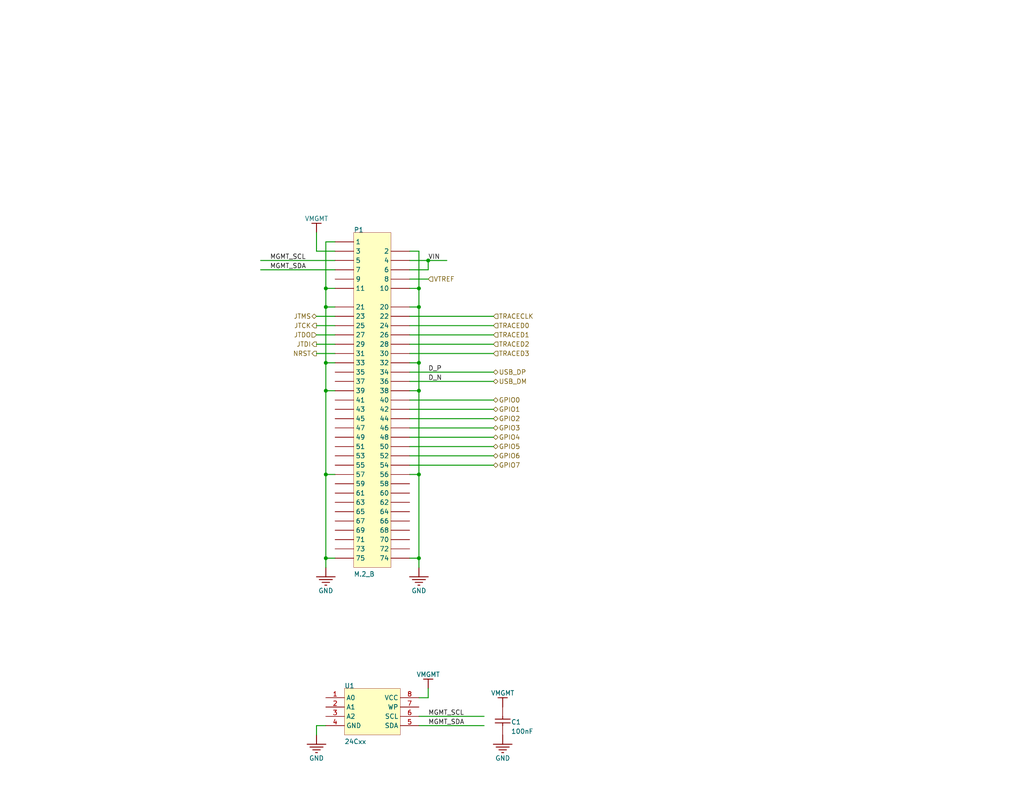
<source format=kicad_sch>
(kicad_sch (version 20231120) (generator "eeschema") (generator_version "8.0")
  (paper "A")
  (lib_symbols
    (symbol "edge-altium-import:GND_POWER_GROUND" (power)
      (property "Reference" "#PWR" (at 0 0 0))
      (property "Value" "GND" (at 0 6.35 0))
      (symbol "GND_POWER_GROUND_0_0"
        (polyline (pts (xy -2.54 -2.54) (xy 2.54 -2.54)) (stroke (width 0.254)))
        (polyline (pts (xy -1.778 -3.302) (xy 1.778 -3.302)) (stroke (width 0.254)))
        (polyline (pts (xy -1.016 -4.064) (xy 1.016 -4.064)) (stroke (width 0.254)))
        (polyline (pts (xy -0.254 -4.826) (xy 0.254 -4.826)) (stroke (width 0.254)))
        (polyline (pts (xy 0 0) (xy 0 -2.54)) (stroke (width 0.254)))
        (pin power_in line (at 0 0 0) (length 0) hide (name "GND") (number ""))
      )
    )
    (symbol "edge-altium-import:VMGMT_BAR" (power)
      (property "Reference" "#PWR" (at 0 0 0))
      (property "Value" "VMGMT" (at 0 3.81 0))
      (symbol "VMGMT_BAR_0_0"
        (polyline (pts (xy -1.27 -2.54) (xy 1.27 -2.54)) (stroke (width 0.254)))
        (polyline (pts (xy 0 0) (xy 0 -2.54)) (stroke (width 0.254)))
        (pin power_in line (at 0 0 0) (length 0) hide (name "VMGMT") (number ""))
      )
    )
    (symbol "edge-altium-import:root_0_24Cxx"
      (symbol "root_0_24Cxx_1_0"
        (rectangle (start 7.62 5.08) (end -7.62 -7.62) (stroke (width 0.0254) (color 128 0 0 1)) (fill (type background)))
        (pin passive line (at -12.7 2.54 0) (length 5.08) (name "A0") (number "1"))
        (pin passive line (at -12.7 0 0) (length 5.08) (name "A1") (number "2"))
        (pin passive line (at -12.7 -2.54 0) (length 5.08) (name "A2") (number "3"))
        (pin passive line (at -12.7 -5.08 0) (length 5.08) (name "GND") (number "4"))
        (pin passive line (at 12.7 -5.08 180) (length 5.08) (name "SDA") (number "5"))
        (pin passive line (at 12.7 -2.54 180) (length 5.08) (name "SCL") (number "6"))
        (pin passive line (at 12.7 0 180) (length 5.08) (name "WP") (number "7"))
        (pin passive line (at 12.7 2.54 180) (length 5.08) (name "VCC") (number "8"))
      )
    )
    (symbol "edge-altium-import:root_0_M.2_B"
      (symbol "root_0_M.2_B_1_0"
        (rectangle (start 5.08 43.18) (end -5.08 -48.26) (stroke (width 0.0254) (color 128 0 0 1)) (fill (type background)))
        (pin passive line (at -10.16 40.64 0) (length 5.08) (name "1") (number "1"))
        (pin passive line (at 10.16 27.94 180) (length 5.08) (name "10") (number "10"))
        (pin passive line (at -10.16 27.94 0) (length 5.08) (name "11") (number "11"))
        (pin passive line (at 10.16 38.1 180) (length 5.08) (name "2") (number "2"))
        (pin passive line (at 10.16 22.86 180) (length 5.08) (name "20") (number "20"))
        (pin passive line (at -10.16 22.86 0) (length 5.08) (name "21") (number "21"))
        (pin passive line (at 10.16 20.32 180) (length 5.08) (name "22") (number "22"))
        (pin passive line (at -10.16 20.32 0) (length 5.08) (name "23") (number "23"))
        (pin passive line (at 10.16 17.78 180) (length 5.08) (name "24") (number "24"))
        (pin passive line (at -10.16 17.78 0) (length 5.08) (name "25") (number "25"))
        (pin passive line (at 10.16 15.24 180) (length 5.08) (name "26") (number "26"))
        (pin passive line (at -10.16 15.24 0) (length 5.08) (name "27") (number "27"))
        (pin passive line (at 10.16 12.7 180) (length 5.08) (name "28") (number "28"))
        (pin passive line (at -10.16 12.7 0) (length 5.08) (name "29") (number "29"))
        (pin passive line (at -10.16 38.1 0) (length 5.08) (name "3") (number "3"))
        (pin passive line (at 10.16 10.16 180) (length 5.08) (name "30") (number "30"))
        (pin passive line (at -10.16 10.16 0) (length 5.08) (name "31") (number "31"))
        (pin passive line (at 10.16 7.62 180) (length 5.08) (name "32") (number "32"))
        (pin passive line (at -10.16 7.62 0) (length 5.08) (name "33") (number "33"))
        (pin passive line (at 10.16 5.08 180) (length 5.08) (name "34") (number "34"))
        (pin passive line (at -10.16 5.08 0) (length 5.08) (name "35") (number "35"))
        (pin passive line (at 10.16 2.54 180) (length 5.08) (name "36") (number "36"))
        (pin passive line (at -10.16 2.54 0) (length 5.08) (name "37") (number "37"))
        (pin passive line (at 10.16 0 180) (length 5.08) (name "38") (number "38"))
        (pin passive line (at -10.16 0 0) (length 5.08) (name "39") (number "39"))
        (pin passive line (at 10.16 35.56 180) (length 5.08) (name "4") (number "4"))
        (pin passive line (at 10.16 -2.54 180) (length 5.08) (name "40") (number "40"))
        (pin passive line (at -10.16 -2.54 0) (length 5.08) (name "41") (number "41"))
        (pin passive line (at 10.16 -5.08 180) (length 5.08) (name "42") (number "42"))
        (pin passive line (at -10.16 -5.08 0) (length 5.08) (name "43") (number "43"))
        (pin passive line (at 10.16 -7.62 180) (length 5.08) (name "44") (number "44"))
        (pin passive line (at -10.16 -7.62 0) (length 5.08) (name "45") (number "45"))
        (pin passive line (at 10.16 -10.16 180) (length 5.08) (name "46") (number "46"))
        (pin passive line (at -10.16 -10.16 0) (length 5.08) (name "47") (number "47"))
        (pin passive line (at 10.16 -12.7 180) (length 5.08) (name "48") (number "48"))
        (pin passive line (at -10.16 -12.7 0) (length 5.08) (name "49") (number "49"))
        (pin passive line (at -10.16 35.56 0) (length 5.08) (name "5") (number "5"))
        (pin passive line (at 10.16 -15.24 180) (length 5.08) (name "50") (number "50"))
        (pin passive line (at -10.16 -15.24 0) (length 5.08) (name "51") (number "51"))
        (pin passive line (at 10.16 -17.78 180) (length 5.08) (name "52") (number "52"))
        (pin passive line (at -10.16 -17.78 0) (length 5.08) (name "53") (number "53"))
        (pin passive line (at 10.16 -20.32 180) (length 5.08) (name "54") (number "54"))
        (pin passive line (at -10.16 -20.32 0) (length 5.08) (name "55") (number "55"))
        (pin passive line (at 10.16 -22.86 180) (length 5.08) (name "56") (number "56"))
        (pin passive line (at -10.16 -22.86 0) (length 5.08) (name "57") (number "57"))
        (pin passive line (at 10.16 -25.4 180) (length 5.08) (name "58") (number "58"))
        (pin passive line (at -10.16 -25.4 0) (length 5.08) (name "59") (number "59"))
        (pin passive line (at 10.16 33.02 180) (length 5.08) (name "6") (number "6"))
        (pin passive line (at 10.16 -27.94 180) (length 5.08) (name "60") (number "60"))
        (pin passive line (at -10.16 -27.94 0) (length 5.08) (name "61") (number "61"))
        (pin passive line (at 10.16 -30.48 180) (length 5.08) (name "62") (number "62"))
        (pin passive line (at -10.16 -30.48 0) (length 5.08) (name "63") (number "63"))
        (pin passive line (at 10.16 -33.02 180) (length 5.08) (name "64") (number "64"))
        (pin passive line (at -10.16 -33.02 0) (length 5.08) (name "65") (number "65"))
        (pin passive line (at 10.16 -35.56 180) (length 5.08) (name "66") (number "66"))
        (pin passive line (at -10.16 -35.56 0) (length 5.08) (name "67") (number "67"))
        (pin passive line (at 10.16 -38.1 180) (length 5.08) (name "68") (number "68"))
        (pin passive line (at -10.16 -38.1 0) (length 5.08) (name "69") (number "69"))
        (pin passive line (at -10.16 33.02 0) (length 5.08) (name "7") (number "7"))
        (pin passive line (at 10.16 -40.64 180) (length 5.08) (name "70") (number "70"))
        (pin passive line (at -10.16 -40.64 0) (length 5.08) (name "71") (number "71"))
        (pin passive line (at 10.16 -43.18 180) (length 5.08) (name "72") (number "72"))
        (pin passive line (at -10.16 -43.18 0) (length 5.08) (name "73") (number "73"))
        (pin passive line (at 10.16 -45.72 180) (length 5.08) (name "74") (number "74"))
        (pin passive line (at -10.16 -45.72 0) (length 5.08) (name "75") (number "75"))
        (pin passive line (at 10.16 30.48 180) (length 5.08) (name "8") (number "8"))
        (pin passive line (at -10.16 30.48 0) (length 5.08) (name "9") (number "9"))
      )
    )
    (symbol "edge-altium-import:root_1_Capacitor"
      (symbol "root_1_Capacitor_1_0"
        (polyline (pts (xy -2.032 0.762) (xy 2.032 0.762)) (stroke (width 0.254)))
        (polyline (pts (xy 0 0) (xy 0 0.762)) (stroke (width 0.254)))
        (polyline (pts (xy 0 1.778) (xy 0 2.54)) (stroke (width 0.254)))
        (polyline (pts (xy 2.032 1.778) (xy -2.032 1.778)) (stroke (width 0.254)))
        (pin passive line (at 0 -2.54 90) (length 2.54) (name "1") (number "1"))
        (pin passive line (at 0 5.08 270) (length 2.54) (name "2") (number "2"))
      )
    )
  )
  (junction (at 116.84 71.12))
  (junction (at 114.3 106.68))
  (junction (at 88.9 129.54))
  (junction (at 88.9 78.74))
  (junction (at 88.9 99.06))
  (junction (at 114.3 78.74))
  (junction (at 88.9 83.82))
  (junction (at 88.9 106.68))
  (junction (at 114.3 152.4))
  (junction (at 114.3 129.54))
  (junction (at 114.3 99.06))
  (junction (at 88.9 152.4))
  (junction (at 114.3 83.82))
  (wire (pts (xy 114.3 78.74) (xy 114.3 68.58)) (stroke (width 0.254)))
  (wire (pts (xy 88.9 78.74) (xy 91.44 78.74)) (stroke (width 0.254)))
  (wire (pts (xy 111.76 106.68) (xy 114.3 106.68)) (stroke (width 0.254)))
  (wire (pts (xy 116.84 187.96) (xy 116.84 190.5)) (stroke (width 0.254)))
  (wire (pts (xy 86.36 198.12) (xy 86.36 200.66)) (stroke (width 0.254)))
  (wire (pts (xy 111.76 76.2) (xy 116.84 76.2)) (stroke (width 0.254)))
  (wire (pts (xy 86.36 91.44) (xy 91.44 91.44)) (stroke (width 0.254)))
  (wire (pts (xy 88.9 152.4) (xy 88.9 129.54)) (stroke (width 0.254)))
  (wire (pts (xy 116.84 71.12) (xy 121.92 71.12)) (stroke (width 0.254)))
  (wire (pts (xy 86.36 63.5) (xy 86.36 68.58)) (stroke (width 0.254)))
  (wire (pts (xy 116.84 190.5) (xy 114.3 190.5)) (stroke (width 0.254)))
  (wire (pts (xy 114.3 129.54) (xy 114.3 106.68)) (stroke (width 0.254)))
  (wire (pts (xy 91.44 152.4) (xy 88.9 152.4)) (stroke (width 0.254)))
  (wire (pts (xy 134.62 116.84) (xy 111.76 116.84)) (stroke (width 0.254)))
  (wire (pts (xy 111.76 129.54) (xy 114.3 129.54)) (stroke (width 0.254)))
  (wire (pts (xy 114.3 99.06) (xy 114.3 83.82)) (stroke (width 0.254)))
  (wire (pts (xy 111.76 78.74) (xy 114.3 78.74)) (stroke (width 0.254)))
  (wire (pts (xy 116.84 73.66) (xy 116.84 71.12)) (stroke (width 0.254)))
  (wire (pts (xy 134.62 93.98) (xy 111.76 93.98)) (stroke (width 0.254)))
  (wire (pts (xy 134.62 104.14) (xy 111.76 104.14)) (stroke (width 0.254)))
  (wire (pts (xy 88.9 129.54) (xy 88.9 106.68)) (stroke (width 0.254)))
  (wire (pts (xy 88.9 78.74) (xy 88.9 66.04)) (stroke (width 0.254)))
  (wire (pts (xy 86.36 86.36) (xy 91.44 86.36)) (stroke (width 0.254)))
  (wire (pts (xy 111.76 99.06) (xy 114.3 99.06)) (stroke (width 0.254)))
  (wire (pts (xy 88.9 83.82) (xy 91.44 83.82)) (stroke (width 0.254)))
  (wire (pts (xy 86.36 93.98) (xy 91.44 93.98)) (stroke (width 0.254)))
  (wire (pts (xy 134.62 127) (xy 111.76 127)) (stroke (width 0.254)))
  (wire (pts (xy 114.3 68.58) (xy 111.76 68.58)) (stroke (width 0.254)))
  (wire (pts (xy 88.9 154.94) (xy 88.9 152.4)) (stroke (width 0.254)))
  (wire (pts (xy 134.62 96.52) (xy 111.76 96.52)) (stroke (width 0.254)))
  (wire (pts (xy 88.9 198.12) (xy 86.36 198.12)) (stroke (width 0.254)))
  (wire (pts (xy 111.76 152.4) (xy 114.3 152.4)) (stroke (width 0.254)))
  (wire (pts (xy 71.12 73.66) (xy 91.44 73.66)) (stroke (width 0.254)))
  (wire (pts (xy 114.3 195.58) (xy 132.08 195.58)) (stroke (width 0.254)))
  (wire (pts (xy 88.9 99.06) (xy 88.9 83.82)) (stroke (width 0.254)))
  (wire (pts (xy 88.9 99.06) (xy 91.44 99.06)) (stroke (width 0.254)))
  (wire (pts (xy 114.3 106.68) (xy 114.3 99.06)) (stroke (width 0.254)))
  (wire (pts (xy 134.62 88.9) (xy 111.76 88.9)) (stroke (width 0.254)))
  (wire (pts (xy 91.44 129.54) (xy 88.9 129.54)) (stroke (width 0.254)))
  (wire (pts (xy 134.62 109.22) (xy 111.76 109.22)) (stroke (width 0.254)))
  (wire (pts (xy 86.36 68.58) (xy 91.44 68.58)) (stroke (width 0.254)))
  (wire (pts (xy 91.44 71.12) (xy 71.12 71.12)) (stroke (width 0.254)))
  (wire (pts (xy 134.62 86.36) (xy 111.76 86.36)) (stroke (width 0.254)))
  (wire (pts (xy 114.3 154.94) (xy 114.3 152.4)) (stroke (width 0.254)))
  (wire (pts (xy 134.62 121.92) (xy 111.76 121.92)) (stroke (width 0.254)))
  (wire (pts (xy 111.76 83.82) (xy 114.3 83.82)) (stroke (width 0.254)))
  (wire (pts (xy 91.44 106.68) (xy 88.9 106.68)) (stroke (width 0.254)))
  (wire (pts (xy 88.9 106.68) (xy 88.9 99.06)) (stroke (width 0.254)))
  (wire (pts (xy 88.9 66.04) (xy 91.44 66.04)) (stroke (width 0.254)))
  (wire (pts (xy 134.62 91.44) (xy 111.76 91.44)) (stroke (width 0.254)))
  (wire (pts (xy 134.62 119.38) (xy 111.76 119.38)) (stroke (width 0.254)))
  (wire (pts (xy 111.76 71.12) (xy 116.84 71.12)) (stroke (width 0.254)))
  (wire (pts (xy 86.36 88.9) (xy 91.44 88.9)) (stroke (width 0.254)))
  (wire (pts (xy 134.62 124.46) (xy 111.76 124.46)) (stroke (width 0.254)))
  (wire (pts (xy 134.62 114.3) (xy 111.76 114.3)) (stroke (width 0.254)))
  (wire (pts (xy 134.62 111.76) (xy 111.76 111.76)) (stroke (width 0.254)))
  (wire (pts (xy 114.3 152.4) (xy 114.3 129.54)) (stroke (width 0.254)))
  (wire (pts (xy 114.3 198.12) (xy 132.08 198.12)) (stroke (width 0.254)))
  (wire (pts (xy 114.3 83.82) (xy 114.3 78.74)) (stroke (width 0.254)))
  (wire (pts (xy 111.76 73.66) (xy 116.84 73.66)) (stroke (width 0.254)))
  (wire (pts (xy 86.36 96.52) (xy 91.44 96.52)) (stroke (width 0.254)))
  (wire (pts (xy 88.9 83.82) (xy 88.9 78.74)) (stroke (width 0.254)))
  (wire (pts (xy 134.62 101.6) (xy 111.76 101.6)) (stroke (width 0.254)))
  (label "MGMT_SDA" (at 116.84 198.12 0))
  (label "D_N" (at 116.84 104.14 0))
  (label "MGMT_SDA" (at 73.66 73.66 0))
  (label "D_P" (at 116.84 101.6 0))
  (label "MGMT_SCL" (at 73.66 71.12 0))
  (label "MGMT_SCL" (at 116.84 195.58 0))
  (label "VIN" (at 116.84 71.12 0))
  (hierarchical_label "USB_DM" (shape bidirectional) (at 134.62 104.14 0))
  (hierarchical_label "GPIO3" (shape bidirectional) (at 134.62 116.84 0))
  (hierarchical_label "TRACED3" (shape input) (at 134.62 96.52 0))
  (hierarchical_label "GPIO0" (shape bidirectional) (at 134.62 109.22 0))
  (hierarchical_label "JTMS" (shape bidirectional) (at 86.36 86.36 180))
  (hierarchical_label "TRACED0" (shape input) (at 134.62 88.9 0))
  (hierarchical_label "GPIO7" (shape bidirectional) (at 134.62 127 0))
  (hierarchical_label "NRST" (shape output) (at 86.36 96.52 180))
  (hierarchical_label "VTREF" (shape input) (at 116.84 76.2 0))
  (hierarchical_label "JTDI" (shape output) (at 86.36 93.98 180))
  (hierarchical_label "JTCK" (shape output) (at 86.36 88.9 180))
  (hierarchical_label "TRACED2" (shape input) (at 134.62 93.98 0))
  (hierarchical_label "JTDO" (shape input) (at 86.36 91.44 180))
  (hierarchical_label "GPIO2" (shape bidirectional) (at 134.62 114.3 0))
  (hierarchical_label "GPIO4" (shape bidirectional) (at 134.62 119.38 0))
  (hierarchical_label "USB_DP" (shape bidirectional) (at 134.62 101.6 0))
  (hierarchical_label "GPIO6" (shape bidirectional) (at 134.62 124.46 0))
  (hierarchical_label "TRACED1" (shape input) (at 134.62 91.44 0))
  (hierarchical_label "TRACECLK" (shape input) (at 134.62 86.36 0))
  (hierarchical_label "GPIO5" (shape bidirectional) (at 134.62 121.92 0))
  (hierarchical_label "GPIO1" (shape bidirectional) (at 134.62 111.76 0))
  (symbol (lib_id "edge-altium-import:GND_POWER_GROUND") (at 88.9 154.94 0) (unit 1)
    (property "Reference" "#PWR?" (effects (hide yes)))
    (property "Value" "GND" (at 88.9 161.29 0))
  )
  (symbol (lib_id "edge-altium-import:GND_POWER_GROUND") (at 114.3 154.94 0) (unit 1)
    (property "Reference" "#PWR?" (effects (hide yes)))
    (property "Value" "GND" (at 114.3 161.29 0))
  )
  (symbol (lib_id "edge-altium-import:root_0_24Cxx") (at 101.6 193.04 0) (unit 1)
    (property "Reference" "U1" (at 93.98 187.96 0) (effects (justify left bottom)))
    (property "Value" "24Cxx" (at 93.98 203.2 0) (effects (justify left bottom)))
    (property "Footprint" "SO8" (effects (hide yes)))
  )
  (symbol (lib_id "edge-altium-import:GND_POWER_GROUND") (at 86.36 200.66 0) (unit 1)
    (property "Reference" "#PWR?" (effects (hide yes)))
    (property "Value" "GND" (at 86.36 207.01 0))
  )
  (symbol (lib_id "edge-altium-import:VMGMT_BAR") (at 116.84 187.96 180) (unit 1)
    (property "Reference" "#PWR?" (effects (hide yes)))
    (property "Value" "VMGMT" (at 116.84 184.15 0))
  )
  (symbol (lib_id "edge-altium-import:VMGMT_BAR") (at 137.16 193.04 180) (unit 1)
    (property "Reference" "#PWR?" (effects (hide yes)))
    (property "Value" "VMGMT" (at 137.16 189.23 0))
  )
  (symbol (lib_id "edge-altium-import:root_0_M.2_B") (at 101.6 106.68 0) (unit 1)
    (property "Reference" "P1" (at 96.52 63.5 0) (effects (justify left bottom)))
    (property "Value" "M.2_B" (at 96.52 157.48 0) (effects (justify left bottom)))
    (property "Footprint" "M.2_B_EDGE" (effects (hide yes)))
  )
  (symbol (lib_id "edge-altium-import:VMGMT_BAR") (at 86.36 63.5 180) (unit 1)
    (property "Reference" "#PWR?" (effects (hide yes)))
    (property "Value" "VMGMT" (at 86.36 59.69 0))
  )
  (symbol (lib_id "edge-altium-import:GND_POWER_GROUND") (at 137.16 200.66 0) (unit 1)
    (property "Reference" "#PWR?" (effects (hide yes)))
    (property "Value" "GND" (at 137.16 207.01 0))
  )
  (symbol (lib_id "edge-altium-import:root_1_Capacitor") (at 137.16 198.12 0) (unit 1)
    (property "Reference" "C1" (at 139.446 197.866 0) (effects (justify left bottom)))
    (property "Value" "${ALTIUM_VALUE}" (at 139.446 200.406 0) (effects (justify left bottom)))
    (property "Footprint" "0402" (effects (hide yes)))
    (property "ALTIUM_VALUE" "100nF" (effects (hide yes)))
  )
)
</source>
